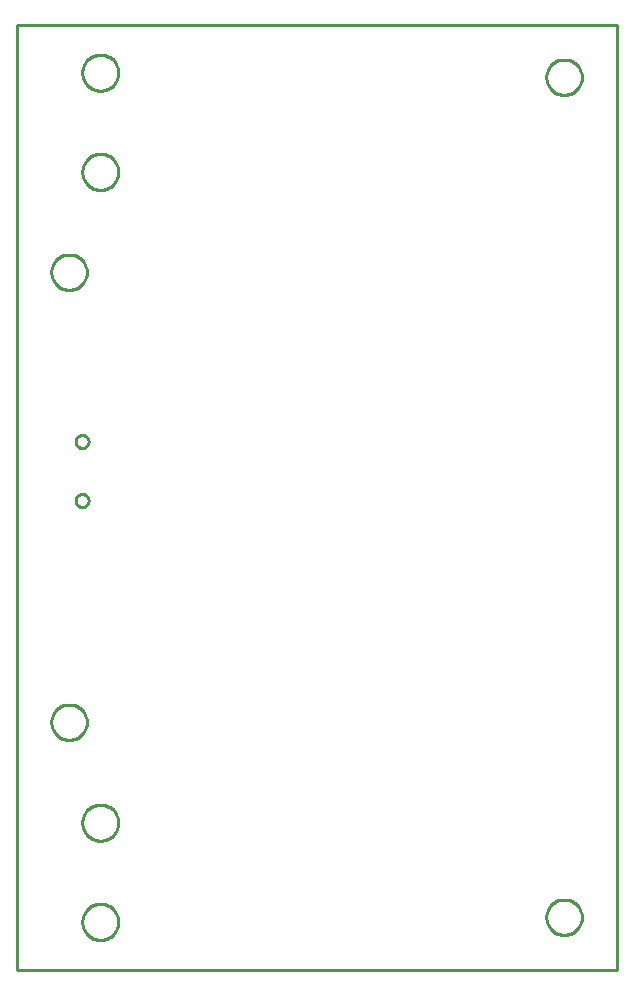
<source format=gbr>
G04 EAGLE Gerber RS-274X export*
G75*
%MOMM*%
%FSLAX34Y34*%
%LPD*%
%IN*%
%IPPOS*%
%AMOC8*
5,1,8,0,0,1.08239X$1,22.5*%
G01*
%ADD10C,0.152400*%
%ADD11C,0.000000*%
%ADD12C,0.254000*%


D10*
X0Y0D02*
X0Y800100D01*
X508000Y800100D01*
X508000Y0D01*
X0Y0D01*
D11*
X55700Y124550D02*
X55705Y124924D01*
X55718Y125298D01*
X55741Y125672D01*
X55773Y126045D01*
X55815Y126417D01*
X55865Y126788D01*
X55925Y127157D01*
X55993Y127525D01*
X56071Y127891D01*
X56157Y128255D01*
X56252Y128617D01*
X56357Y128977D01*
X56470Y129334D01*
X56591Y129688D01*
X56722Y130038D01*
X56861Y130386D01*
X57008Y130730D01*
X57164Y131070D01*
X57328Y131407D01*
X57501Y131739D01*
X57681Y132067D01*
X57870Y132390D01*
X58066Y132709D01*
X58270Y133022D01*
X58482Y133331D01*
X58701Y133634D01*
X58928Y133932D01*
X59162Y134224D01*
X59403Y134511D01*
X59650Y134791D01*
X59905Y135065D01*
X60167Y135333D01*
X60435Y135595D01*
X60709Y135850D01*
X60989Y136097D01*
X61276Y136338D01*
X61568Y136572D01*
X61866Y136799D01*
X62169Y137018D01*
X62478Y137230D01*
X62791Y137434D01*
X63110Y137630D01*
X63433Y137819D01*
X63761Y137999D01*
X64093Y138172D01*
X64430Y138336D01*
X64770Y138492D01*
X65114Y138639D01*
X65462Y138778D01*
X65812Y138909D01*
X66166Y139030D01*
X66523Y139143D01*
X66883Y139248D01*
X67245Y139343D01*
X67609Y139429D01*
X67975Y139507D01*
X68343Y139575D01*
X68712Y139635D01*
X69083Y139685D01*
X69455Y139727D01*
X69828Y139759D01*
X70202Y139782D01*
X70576Y139795D01*
X70950Y139800D01*
X71324Y139795D01*
X71698Y139782D01*
X72072Y139759D01*
X72445Y139727D01*
X72817Y139685D01*
X73188Y139635D01*
X73557Y139575D01*
X73925Y139507D01*
X74291Y139429D01*
X74655Y139343D01*
X75017Y139248D01*
X75377Y139143D01*
X75734Y139030D01*
X76088Y138909D01*
X76438Y138778D01*
X76786Y138639D01*
X77130Y138492D01*
X77470Y138336D01*
X77807Y138172D01*
X78139Y137999D01*
X78467Y137819D01*
X78790Y137630D01*
X79109Y137434D01*
X79422Y137230D01*
X79731Y137018D01*
X80034Y136799D01*
X80332Y136572D01*
X80624Y136338D01*
X80911Y136097D01*
X81191Y135850D01*
X81465Y135595D01*
X81733Y135333D01*
X81995Y135065D01*
X82250Y134791D01*
X82497Y134511D01*
X82738Y134224D01*
X82972Y133932D01*
X83199Y133634D01*
X83418Y133331D01*
X83630Y133022D01*
X83834Y132709D01*
X84030Y132390D01*
X84219Y132067D01*
X84399Y131739D01*
X84572Y131407D01*
X84736Y131070D01*
X84892Y130730D01*
X85039Y130386D01*
X85178Y130038D01*
X85309Y129688D01*
X85430Y129334D01*
X85543Y128977D01*
X85648Y128617D01*
X85743Y128255D01*
X85829Y127891D01*
X85907Y127525D01*
X85975Y127157D01*
X86035Y126788D01*
X86085Y126417D01*
X86127Y126045D01*
X86159Y125672D01*
X86182Y125298D01*
X86195Y124924D01*
X86200Y124550D01*
X86195Y124176D01*
X86182Y123802D01*
X86159Y123428D01*
X86127Y123055D01*
X86085Y122683D01*
X86035Y122312D01*
X85975Y121943D01*
X85907Y121575D01*
X85829Y121209D01*
X85743Y120845D01*
X85648Y120483D01*
X85543Y120123D01*
X85430Y119766D01*
X85309Y119412D01*
X85178Y119062D01*
X85039Y118714D01*
X84892Y118370D01*
X84736Y118030D01*
X84572Y117693D01*
X84399Y117361D01*
X84219Y117033D01*
X84030Y116710D01*
X83834Y116391D01*
X83630Y116078D01*
X83418Y115769D01*
X83199Y115466D01*
X82972Y115168D01*
X82738Y114876D01*
X82497Y114589D01*
X82250Y114309D01*
X81995Y114035D01*
X81733Y113767D01*
X81465Y113505D01*
X81191Y113250D01*
X80911Y113003D01*
X80624Y112762D01*
X80332Y112528D01*
X80034Y112301D01*
X79731Y112082D01*
X79422Y111870D01*
X79109Y111666D01*
X78790Y111470D01*
X78467Y111281D01*
X78139Y111101D01*
X77807Y110928D01*
X77470Y110764D01*
X77130Y110608D01*
X76786Y110461D01*
X76438Y110322D01*
X76088Y110191D01*
X75734Y110070D01*
X75377Y109957D01*
X75017Y109852D01*
X74655Y109757D01*
X74291Y109671D01*
X73925Y109593D01*
X73557Y109525D01*
X73188Y109465D01*
X72817Y109415D01*
X72445Y109373D01*
X72072Y109341D01*
X71698Y109318D01*
X71324Y109305D01*
X70950Y109300D01*
X70576Y109305D01*
X70202Y109318D01*
X69828Y109341D01*
X69455Y109373D01*
X69083Y109415D01*
X68712Y109465D01*
X68343Y109525D01*
X67975Y109593D01*
X67609Y109671D01*
X67245Y109757D01*
X66883Y109852D01*
X66523Y109957D01*
X66166Y110070D01*
X65812Y110191D01*
X65462Y110322D01*
X65114Y110461D01*
X64770Y110608D01*
X64430Y110764D01*
X64093Y110928D01*
X63761Y111101D01*
X63433Y111281D01*
X63110Y111470D01*
X62791Y111666D01*
X62478Y111870D01*
X62169Y112082D01*
X61866Y112301D01*
X61568Y112528D01*
X61276Y112762D01*
X60989Y113003D01*
X60709Y113250D01*
X60435Y113505D01*
X60167Y113767D01*
X59905Y114035D01*
X59650Y114309D01*
X59403Y114589D01*
X59162Y114876D01*
X58928Y115168D01*
X58701Y115466D01*
X58482Y115769D01*
X58270Y116078D01*
X58066Y116391D01*
X57870Y116710D01*
X57681Y117033D01*
X57501Y117361D01*
X57328Y117693D01*
X57164Y118030D01*
X57008Y118370D01*
X56861Y118714D01*
X56722Y119062D01*
X56591Y119412D01*
X56470Y119766D01*
X56357Y120123D01*
X56252Y120483D01*
X56157Y120845D01*
X56071Y121209D01*
X55993Y121575D01*
X55925Y121943D01*
X55865Y122312D01*
X55815Y122683D01*
X55773Y123055D01*
X55741Y123428D01*
X55718Y123802D01*
X55705Y124176D01*
X55700Y124550D01*
X55700Y40550D02*
X55705Y40924D01*
X55718Y41298D01*
X55741Y41672D01*
X55773Y42045D01*
X55815Y42417D01*
X55865Y42788D01*
X55925Y43157D01*
X55993Y43525D01*
X56071Y43891D01*
X56157Y44255D01*
X56252Y44617D01*
X56357Y44977D01*
X56470Y45334D01*
X56591Y45688D01*
X56722Y46038D01*
X56861Y46386D01*
X57008Y46730D01*
X57164Y47070D01*
X57328Y47407D01*
X57501Y47739D01*
X57681Y48067D01*
X57870Y48390D01*
X58066Y48709D01*
X58270Y49022D01*
X58482Y49331D01*
X58701Y49634D01*
X58928Y49932D01*
X59162Y50224D01*
X59403Y50511D01*
X59650Y50791D01*
X59905Y51065D01*
X60167Y51333D01*
X60435Y51595D01*
X60709Y51850D01*
X60989Y52097D01*
X61276Y52338D01*
X61568Y52572D01*
X61866Y52799D01*
X62169Y53018D01*
X62478Y53230D01*
X62791Y53434D01*
X63110Y53630D01*
X63433Y53819D01*
X63761Y53999D01*
X64093Y54172D01*
X64430Y54336D01*
X64770Y54492D01*
X65114Y54639D01*
X65462Y54778D01*
X65812Y54909D01*
X66166Y55030D01*
X66523Y55143D01*
X66883Y55248D01*
X67245Y55343D01*
X67609Y55429D01*
X67975Y55507D01*
X68343Y55575D01*
X68712Y55635D01*
X69083Y55685D01*
X69455Y55727D01*
X69828Y55759D01*
X70202Y55782D01*
X70576Y55795D01*
X70950Y55800D01*
X71324Y55795D01*
X71698Y55782D01*
X72072Y55759D01*
X72445Y55727D01*
X72817Y55685D01*
X73188Y55635D01*
X73557Y55575D01*
X73925Y55507D01*
X74291Y55429D01*
X74655Y55343D01*
X75017Y55248D01*
X75377Y55143D01*
X75734Y55030D01*
X76088Y54909D01*
X76438Y54778D01*
X76786Y54639D01*
X77130Y54492D01*
X77470Y54336D01*
X77807Y54172D01*
X78139Y53999D01*
X78467Y53819D01*
X78790Y53630D01*
X79109Y53434D01*
X79422Y53230D01*
X79731Y53018D01*
X80034Y52799D01*
X80332Y52572D01*
X80624Y52338D01*
X80911Y52097D01*
X81191Y51850D01*
X81465Y51595D01*
X81733Y51333D01*
X81995Y51065D01*
X82250Y50791D01*
X82497Y50511D01*
X82738Y50224D01*
X82972Y49932D01*
X83199Y49634D01*
X83418Y49331D01*
X83630Y49022D01*
X83834Y48709D01*
X84030Y48390D01*
X84219Y48067D01*
X84399Y47739D01*
X84572Y47407D01*
X84736Y47070D01*
X84892Y46730D01*
X85039Y46386D01*
X85178Y46038D01*
X85309Y45688D01*
X85430Y45334D01*
X85543Y44977D01*
X85648Y44617D01*
X85743Y44255D01*
X85829Y43891D01*
X85907Y43525D01*
X85975Y43157D01*
X86035Y42788D01*
X86085Y42417D01*
X86127Y42045D01*
X86159Y41672D01*
X86182Y41298D01*
X86195Y40924D01*
X86200Y40550D01*
X86195Y40176D01*
X86182Y39802D01*
X86159Y39428D01*
X86127Y39055D01*
X86085Y38683D01*
X86035Y38312D01*
X85975Y37943D01*
X85907Y37575D01*
X85829Y37209D01*
X85743Y36845D01*
X85648Y36483D01*
X85543Y36123D01*
X85430Y35766D01*
X85309Y35412D01*
X85178Y35062D01*
X85039Y34714D01*
X84892Y34370D01*
X84736Y34030D01*
X84572Y33693D01*
X84399Y33361D01*
X84219Y33033D01*
X84030Y32710D01*
X83834Y32391D01*
X83630Y32078D01*
X83418Y31769D01*
X83199Y31466D01*
X82972Y31168D01*
X82738Y30876D01*
X82497Y30589D01*
X82250Y30309D01*
X81995Y30035D01*
X81733Y29767D01*
X81465Y29505D01*
X81191Y29250D01*
X80911Y29003D01*
X80624Y28762D01*
X80332Y28528D01*
X80034Y28301D01*
X79731Y28082D01*
X79422Y27870D01*
X79109Y27666D01*
X78790Y27470D01*
X78467Y27281D01*
X78139Y27101D01*
X77807Y26928D01*
X77470Y26764D01*
X77130Y26608D01*
X76786Y26461D01*
X76438Y26322D01*
X76088Y26191D01*
X75734Y26070D01*
X75377Y25957D01*
X75017Y25852D01*
X74655Y25757D01*
X74291Y25671D01*
X73925Y25593D01*
X73557Y25525D01*
X73188Y25465D01*
X72817Y25415D01*
X72445Y25373D01*
X72072Y25341D01*
X71698Y25318D01*
X71324Y25305D01*
X70950Y25300D01*
X70576Y25305D01*
X70202Y25318D01*
X69828Y25341D01*
X69455Y25373D01*
X69083Y25415D01*
X68712Y25465D01*
X68343Y25525D01*
X67975Y25593D01*
X67609Y25671D01*
X67245Y25757D01*
X66883Y25852D01*
X66523Y25957D01*
X66166Y26070D01*
X65812Y26191D01*
X65462Y26322D01*
X65114Y26461D01*
X64770Y26608D01*
X64430Y26764D01*
X64093Y26928D01*
X63761Y27101D01*
X63433Y27281D01*
X63110Y27470D01*
X62791Y27666D01*
X62478Y27870D01*
X62169Y28082D01*
X61866Y28301D01*
X61568Y28528D01*
X61276Y28762D01*
X60989Y29003D01*
X60709Y29250D01*
X60435Y29505D01*
X60167Y29767D01*
X59905Y30035D01*
X59650Y30309D01*
X59403Y30589D01*
X59162Y30876D01*
X58928Y31168D01*
X58701Y31466D01*
X58482Y31769D01*
X58270Y32078D01*
X58066Y32391D01*
X57870Y32710D01*
X57681Y33033D01*
X57501Y33361D01*
X57328Y33693D01*
X57164Y34030D01*
X57008Y34370D01*
X56861Y34714D01*
X56722Y35062D01*
X56591Y35412D01*
X56470Y35766D01*
X56357Y36123D01*
X56252Y36483D01*
X56157Y36845D01*
X56071Y37209D01*
X55993Y37575D01*
X55925Y37943D01*
X55865Y38312D01*
X55815Y38683D01*
X55773Y39055D01*
X55741Y39428D01*
X55718Y39802D01*
X55705Y40176D01*
X55700Y40550D01*
X55700Y759550D02*
X55705Y759924D01*
X55718Y760298D01*
X55741Y760672D01*
X55773Y761045D01*
X55815Y761417D01*
X55865Y761788D01*
X55925Y762157D01*
X55993Y762525D01*
X56071Y762891D01*
X56157Y763255D01*
X56252Y763617D01*
X56357Y763977D01*
X56470Y764334D01*
X56591Y764688D01*
X56722Y765038D01*
X56861Y765386D01*
X57008Y765730D01*
X57164Y766070D01*
X57328Y766407D01*
X57501Y766739D01*
X57681Y767067D01*
X57870Y767390D01*
X58066Y767709D01*
X58270Y768022D01*
X58482Y768331D01*
X58701Y768634D01*
X58928Y768932D01*
X59162Y769224D01*
X59403Y769511D01*
X59650Y769791D01*
X59905Y770065D01*
X60167Y770333D01*
X60435Y770595D01*
X60709Y770850D01*
X60989Y771097D01*
X61276Y771338D01*
X61568Y771572D01*
X61866Y771799D01*
X62169Y772018D01*
X62478Y772230D01*
X62791Y772434D01*
X63110Y772630D01*
X63433Y772819D01*
X63761Y772999D01*
X64093Y773172D01*
X64430Y773336D01*
X64770Y773492D01*
X65114Y773639D01*
X65462Y773778D01*
X65812Y773909D01*
X66166Y774030D01*
X66523Y774143D01*
X66883Y774248D01*
X67245Y774343D01*
X67609Y774429D01*
X67975Y774507D01*
X68343Y774575D01*
X68712Y774635D01*
X69083Y774685D01*
X69455Y774727D01*
X69828Y774759D01*
X70202Y774782D01*
X70576Y774795D01*
X70950Y774800D01*
X71324Y774795D01*
X71698Y774782D01*
X72072Y774759D01*
X72445Y774727D01*
X72817Y774685D01*
X73188Y774635D01*
X73557Y774575D01*
X73925Y774507D01*
X74291Y774429D01*
X74655Y774343D01*
X75017Y774248D01*
X75377Y774143D01*
X75734Y774030D01*
X76088Y773909D01*
X76438Y773778D01*
X76786Y773639D01*
X77130Y773492D01*
X77470Y773336D01*
X77807Y773172D01*
X78139Y772999D01*
X78467Y772819D01*
X78790Y772630D01*
X79109Y772434D01*
X79422Y772230D01*
X79731Y772018D01*
X80034Y771799D01*
X80332Y771572D01*
X80624Y771338D01*
X80911Y771097D01*
X81191Y770850D01*
X81465Y770595D01*
X81733Y770333D01*
X81995Y770065D01*
X82250Y769791D01*
X82497Y769511D01*
X82738Y769224D01*
X82972Y768932D01*
X83199Y768634D01*
X83418Y768331D01*
X83630Y768022D01*
X83834Y767709D01*
X84030Y767390D01*
X84219Y767067D01*
X84399Y766739D01*
X84572Y766407D01*
X84736Y766070D01*
X84892Y765730D01*
X85039Y765386D01*
X85178Y765038D01*
X85309Y764688D01*
X85430Y764334D01*
X85543Y763977D01*
X85648Y763617D01*
X85743Y763255D01*
X85829Y762891D01*
X85907Y762525D01*
X85975Y762157D01*
X86035Y761788D01*
X86085Y761417D01*
X86127Y761045D01*
X86159Y760672D01*
X86182Y760298D01*
X86195Y759924D01*
X86200Y759550D01*
X86195Y759176D01*
X86182Y758802D01*
X86159Y758428D01*
X86127Y758055D01*
X86085Y757683D01*
X86035Y757312D01*
X85975Y756943D01*
X85907Y756575D01*
X85829Y756209D01*
X85743Y755845D01*
X85648Y755483D01*
X85543Y755123D01*
X85430Y754766D01*
X85309Y754412D01*
X85178Y754062D01*
X85039Y753714D01*
X84892Y753370D01*
X84736Y753030D01*
X84572Y752693D01*
X84399Y752361D01*
X84219Y752033D01*
X84030Y751710D01*
X83834Y751391D01*
X83630Y751078D01*
X83418Y750769D01*
X83199Y750466D01*
X82972Y750168D01*
X82738Y749876D01*
X82497Y749589D01*
X82250Y749309D01*
X81995Y749035D01*
X81733Y748767D01*
X81465Y748505D01*
X81191Y748250D01*
X80911Y748003D01*
X80624Y747762D01*
X80332Y747528D01*
X80034Y747301D01*
X79731Y747082D01*
X79422Y746870D01*
X79109Y746666D01*
X78790Y746470D01*
X78467Y746281D01*
X78139Y746101D01*
X77807Y745928D01*
X77470Y745764D01*
X77130Y745608D01*
X76786Y745461D01*
X76438Y745322D01*
X76088Y745191D01*
X75734Y745070D01*
X75377Y744957D01*
X75017Y744852D01*
X74655Y744757D01*
X74291Y744671D01*
X73925Y744593D01*
X73557Y744525D01*
X73188Y744465D01*
X72817Y744415D01*
X72445Y744373D01*
X72072Y744341D01*
X71698Y744318D01*
X71324Y744305D01*
X70950Y744300D01*
X70576Y744305D01*
X70202Y744318D01*
X69828Y744341D01*
X69455Y744373D01*
X69083Y744415D01*
X68712Y744465D01*
X68343Y744525D01*
X67975Y744593D01*
X67609Y744671D01*
X67245Y744757D01*
X66883Y744852D01*
X66523Y744957D01*
X66166Y745070D01*
X65812Y745191D01*
X65462Y745322D01*
X65114Y745461D01*
X64770Y745608D01*
X64430Y745764D01*
X64093Y745928D01*
X63761Y746101D01*
X63433Y746281D01*
X63110Y746470D01*
X62791Y746666D01*
X62478Y746870D01*
X62169Y747082D01*
X61866Y747301D01*
X61568Y747528D01*
X61276Y747762D01*
X60989Y748003D01*
X60709Y748250D01*
X60435Y748505D01*
X60167Y748767D01*
X59905Y749035D01*
X59650Y749309D01*
X59403Y749589D01*
X59162Y749876D01*
X58928Y750168D01*
X58701Y750466D01*
X58482Y750769D01*
X58270Y751078D01*
X58066Y751391D01*
X57870Y751710D01*
X57681Y752033D01*
X57501Y752361D01*
X57328Y752693D01*
X57164Y753030D01*
X57008Y753370D01*
X56861Y753714D01*
X56722Y754062D01*
X56591Y754412D01*
X56470Y754766D01*
X56357Y755123D01*
X56252Y755483D01*
X56157Y755845D01*
X56071Y756209D01*
X55993Y756575D01*
X55925Y756943D01*
X55865Y757312D01*
X55815Y757683D01*
X55773Y758055D01*
X55741Y758428D01*
X55718Y758802D01*
X55705Y759176D01*
X55700Y759550D01*
X55700Y675550D02*
X55705Y675924D01*
X55718Y676298D01*
X55741Y676672D01*
X55773Y677045D01*
X55815Y677417D01*
X55865Y677788D01*
X55925Y678157D01*
X55993Y678525D01*
X56071Y678891D01*
X56157Y679255D01*
X56252Y679617D01*
X56357Y679977D01*
X56470Y680334D01*
X56591Y680688D01*
X56722Y681038D01*
X56861Y681386D01*
X57008Y681730D01*
X57164Y682070D01*
X57328Y682407D01*
X57501Y682739D01*
X57681Y683067D01*
X57870Y683390D01*
X58066Y683709D01*
X58270Y684022D01*
X58482Y684331D01*
X58701Y684634D01*
X58928Y684932D01*
X59162Y685224D01*
X59403Y685511D01*
X59650Y685791D01*
X59905Y686065D01*
X60167Y686333D01*
X60435Y686595D01*
X60709Y686850D01*
X60989Y687097D01*
X61276Y687338D01*
X61568Y687572D01*
X61866Y687799D01*
X62169Y688018D01*
X62478Y688230D01*
X62791Y688434D01*
X63110Y688630D01*
X63433Y688819D01*
X63761Y688999D01*
X64093Y689172D01*
X64430Y689336D01*
X64770Y689492D01*
X65114Y689639D01*
X65462Y689778D01*
X65812Y689909D01*
X66166Y690030D01*
X66523Y690143D01*
X66883Y690248D01*
X67245Y690343D01*
X67609Y690429D01*
X67975Y690507D01*
X68343Y690575D01*
X68712Y690635D01*
X69083Y690685D01*
X69455Y690727D01*
X69828Y690759D01*
X70202Y690782D01*
X70576Y690795D01*
X70950Y690800D01*
X71324Y690795D01*
X71698Y690782D01*
X72072Y690759D01*
X72445Y690727D01*
X72817Y690685D01*
X73188Y690635D01*
X73557Y690575D01*
X73925Y690507D01*
X74291Y690429D01*
X74655Y690343D01*
X75017Y690248D01*
X75377Y690143D01*
X75734Y690030D01*
X76088Y689909D01*
X76438Y689778D01*
X76786Y689639D01*
X77130Y689492D01*
X77470Y689336D01*
X77807Y689172D01*
X78139Y688999D01*
X78467Y688819D01*
X78790Y688630D01*
X79109Y688434D01*
X79422Y688230D01*
X79731Y688018D01*
X80034Y687799D01*
X80332Y687572D01*
X80624Y687338D01*
X80911Y687097D01*
X81191Y686850D01*
X81465Y686595D01*
X81733Y686333D01*
X81995Y686065D01*
X82250Y685791D01*
X82497Y685511D01*
X82738Y685224D01*
X82972Y684932D01*
X83199Y684634D01*
X83418Y684331D01*
X83630Y684022D01*
X83834Y683709D01*
X84030Y683390D01*
X84219Y683067D01*
X84399Y682739D01*
X84572Y682407D01*
X84736Y682070D01*
X84892Y681730D01*
X85039Y681386D01*
X85178Y681038D01*
X85309Y680688D01*
X85430Y680334D01*
X85543Y679977D01*
X85648Y679617D01*
X85743Y679255D01*
X85829Y678891D01*
X85907Y678525D01*
X85975Y678157D01*
X86035Y677788D01*
X86085Y677417D01*
X86127Y677045D01*
X86159Y676672D01*
X86182Y676298D01*
X86195Y675924D01*
X86200Y675550D01*
X86195Y675176D01*
X86182Y674802D01*
X86159Y674428D01*
X86127Y674055D01*
X86085Y673683D01*
X86035Y673312D01*
X85975Y672943D01*
X85907Y672575D01*
X85829Y672209D01*
X85743Y671845D01*
X85648Y671483D01*
X85543Y671123D01*
X85430Y670766D01*
X85309Y670412D01*
X85178Y670062D01*
X85039Y669714D01*
X84892Y669370D01*
X84736Y669030D01*
X84572Y668693D01*
X84399Y668361D01*
X84219Y668033D01*
X84030Y667710D01*
X83834Y667391D01*
X83630Y667078D01*
X83418Y666769D01*
X83199Y666466D01*
X82972Y666168D01*
X82738Y665876D01*
X82497Y665589D01*
X82250Y665309D01*
X81995Y665035D01*
X81733Y664767D01*
X81465Y664505D01*
X81191Y664250D01*
X80911Y664003D01*
X80624Y663762D01*
X80332Y663528D01*
X80034Y663301D01*
X79731Y663082D01*
X79422Y662870D01*
X79109Y662666D01*
X78790Y662470D01*
X78467Y662281D01*
X78139Y662101D01*
X77807Y661928D01*
X77470Y661764D01*
X77130Y661608D01*
X76786Y661461D01*
X76438Y661322D01*
X76088Y661191D01*
X75734Y661070D01*
X75377Y660957D01*
X75017Y660852D01*
X74655Y660757D01*
X74291Y660671D01*
X73925Y660593D01*
X73557Y660525D01*
X73188Y660465D01*
X72817Y660415D01*
X72445Y660373D01*
X72072Y660341D01*
X71698Y660318D01*
X71324Y660305D01*
X70950Y660300D01*
X70576Y660305D01*
X70202Y660318D01*
X69828Y660341D01*
X69455Y660373D01*
X69083Y660415D01*
X68712Y660465D01*
X68343Y660525D01*
X67975Y660593D01*
X67609Y660671D01*
X67245Y660757D01*
X66883Y660852D01*
X66523Y660957D01*
X66166Y661070D01*
X65812Y661191D01*
X65462Y661322D01*
X65114Y661461D01*
X64770Y661608D01*
X64430Y661764D01*
X64093Y661928D01*
X63761Y662101D01*
X63433Y662281D01*
X63110Y662470D01*
X62791Y662666D01*
X62478Y662870D01*
X62169Y663082D01*
X61866Y663301D01*
X61568Y663528D01*
X61276Y663762D01*
X60989Y664003D01*
X60709Y664250D01*
X60435Y664505D01*
X60167Y664767D01*
X59905Y665035D01*
X59650Y665309D01*
X59403Y665589D01*
X59162Y665876D01*
X58928Y666168D01*
X58701Y666466D01*
X58482Y666769D01*
X58270Y667078D01*
X58066Y667391D01*
X57870Y667710D01*
X57681Y668033D01*
X57501Y668361D01*
X57328Y668693D01*
X57164Y669030D01*
X57008Y669370D01*
X56861Y669714D01*
X56722Y670062D01*
X56591Y670412D01*
X56470Y670766D01*
X56357Y671123D01*
X56252Y671483D01*
X56157Y671845D01*
X56071Y672209D01*
X55993Y672575D01*
X55925Y672943D01*
X55865Y673312D01*
X55815Y673683D01*
X55773Y674055D01*
X55741Y674428D01*
X55718Y674802D01*
X55705Y675176D01*
X55700Y675550D01*
X448550Y44450D02*
X448555Y44818D01*
X448568Y45186D01*
X448591Y45553D01*
X448622Y45920D01*
X448663Y46286D01*
X448712Y46651D01*
X448771Y47014D01*
X448838Y47376D01*
X448914Y47737D01*
X449000Y48095D01*
X449093Y48451D01*
X449196Y48804D01*
X449307Y49155D01*
X449427Y49503D01*
X449555Y49848D01*
X449692Y50190D01*
X449837Y50529D01*
X449990Y50863D01*
X450152Y51194D01*
X450321Y51521D01*
X450499Y51843D01*
X450684Y52162D01*
X450877Y52475D01*
X451078Y52784D01*
X451286Y53087D01*
X451502Y53385D01*
X451725Y53678D01*
X451955Y53966D01*
X452192Y54248D01*
X452436Y54523D01*
X452686Y54793D01*
X452943Y55057D01*
X453207Y55314D01*
X453477Y55564D01*
X453752Y55808D01*
X454034Y56045D01*
X454322Y56275D01*
X454615Y56498D01*
X454913Y56714D01*
X455216Y56922D01*
X455525Y57123D01*
X455838Y57316D01*
X456157Y57501D01*
X456479Y57679D01*
X456806Y57848D01*
X457137Y58010D01*
X457471Y58163D01*
X457810Y58308D01*
X458152Y58445D01*
X458497Y58573D01*
X458845Y58693D01*
X459196Y58804D01*
X459549Y58907D01*
X459905Y59000D01*
X460263Y59086D01*
X460624Y59162D01*
X460986Y59229D01*
X461349Y59288D01*
X461714Y59337D01*
X462080Y59378D01*
X462447Y59409D01*
X462814Y59432D01*
X463182Y59445D01*
X463550Y59450D01*
X463918Y59445D01*
X464286Y59432D01*
X464653Y59409D01*
X465020Y59378D01*
X465386Y59337D01*
X465751Y59288D01*
X466114Y59229D01*
X466476Y59162D01*
X466837Y59086D01*
X467195Y59000D01*
X467551Y58907D01*
X467904Y58804D01*
X468255Y58693D01*
X468603Y58573D01*
X468948Y58445D01*
X469290Y58308D01*
X469629Y58163D01*
X469963Y58010D01*
X470294Y57848D01*
X470621Y57679D01*
X470943Y57501D01*
X471262Y57316D01*
X471575Y57123D01*
X471884Y56922D01*
X472187Y56714D01*
X472485Y56498D01*
X472778Y56275D01*
X473066Y56045D01*
X473348Y55808D01*
X473623Y55564D01*
X473893Y55314D01*
X474157Y55057D01*
X474414Y54793D01*
X474664Y54523D01*
X474908Y54248D01*
X475145Y53966D01*
X475375Y53678D01*
X475598Y53385D01*
X475814Y53087D01*
X476022Y52784D01*
X476223Y52475D01*
X476416Y52162D01*
X476601Y51843D01*
X476779Y51521D01*
X476948Y51194D01*
X477110Y50863D01*
X477263Y50529D01*
X477408Y50190D01*
X477545Y49848D01*
X477673Y49503D01*
X477793Y49155D01*
X477904Y48804D01*
X478007Y48451D01*
X478100Y48095D01*
X478186Y47737D01*
X478262Y47376D01*
X478329Y47014D01*
X478388Y46651D01*
X478437Y46286D01*
X478478Y45920D01*
X478509Y45553D01*
X478532Y45186D01*
X478545Y44818D01*
X478550Y44450D01*
X478545Y44082D01*
X478532Y43714D01*
X478509Y43347D01*
X478478Y42980D01*
X478437Y42614D01*
X478388Y42249D01*
X478329Y41886D01*
X478262Y41524D01*
X478186Y41163D01*
X478100Y40805D01*
X478007Y40449D01*
X477904Y40096D01*
X477793Y39745D01*
X477673Y39397D01*
X477545Y39052D01*
X477408Y38710D01*
X477263Y38371D01*
X477110Y38037D01*
X476948Y37706D01*
X476779Y37379D01*
X476601Y37057D01*
X476416Y36738D01*
X476223Y36425D01*
X476022Y36116D01*
X475814Y35813D01*
X475598Y35515D01*
X475375Y35222D01*
X475145Y34934D01*
X474908Y34652D01*
X474664Y34377D01*
X474414Y34107D01*
X474157Y33843D01*
X473893Y33586D01*
X473623Y33336D01*
X473348Y33092D01*
X473066Y32855D01*
X472778Y32625D01*
X472485Y32402D01*
X472187Y32186D01*
X471884Y31978D01*
X471575Y31777D01*
X471262Y31584D01*
X470943Y31399D01*
X470621Y31221D01*
X470294Y31052D01*
X469963Y30890D01*
X469629Y30737D01*
X469290Y30592D01*
X468948Y30455D01*
X468603Y30327D01*
X468255Y30207D01*
X467904Y30096D01*
X467551Y29993D01*
X467195Y29900D01*
X466837Y29814D01*
X466476Y29738D01*
X466114Y29671D01*
X465751Y29612D01*
X465386Y29563D01*
X465020Y29522D01*
X464653Y29491D01*
X464286Y29468D01*
X463918Y29455D01*
X463550Y29450D01*
X463182Y29455D01*
X462814Y29468D01*
X462447Y29491D01*
X462080Y29522D01*
X461714Y29563D01*
X461349Y29612D01*
X460986Y29671D01*
X460624Y29738D01*
X460263Y29814D01*
X459905Y29900D01*
X459549Y29993D01*
X459196Y30096D01*
X458845Y30207D01*
X458497Y30327D01*
X458152Y30455D01*
X457810Y30592D01*
X457471Y30737D01*
X457137Y30890D01*
X456806Y31052D01*
X456479Y31221D01*
X456157Y31399D01*
X455838Y31584D01*
X455525Y31777D01*
X455216Y31978D01*
X454913Y32186D01*
X454615Y32402D01*
X454322Y32625D01*
X454034Y32855D01*
X453752Y33092D01*
X453477Y33336D01*
X453207Y33586D01*
X452943Y33843D01*
X452686Y34107D01*
X452436Y34377D01*
X452192Y34652D01*
X451955Y34934D01*
X451725Y35222D01*
X451502Y35515D01*
X451286Y35813D01*
X451078Y36116D01*
X450877Y36425D01*
X450684Y36738D01*
X450499Y37057D01*
X450321Y37379D01*
X450152Y37706D01*
X449990Y38037D01*
X449837Y38371D01*
X449692Y38710D01*
X449555Y39052D01*
X449427Y39397D01*
X449307Y39745D01*
X449196Y40096D01*
X449093Y40449D01*
X449000Y40805D01*
X448914Y41163D01*
X448838Y41524D01*
X448771Y41886D01*
X448712Y42249D01*
X448663Y42614D01*
X448622Y42980D01*
X448591Y43347D01*
X448568Y43714D01*
X448555Y44082D01*
X448550Y44450D01*
X448550Y755650D02*
X448555Y756018D01*
X448568Y756386D01*
X448591Y756753D01*
X448622Y757120D01*
X448663Y757486D01*
X448712Y757851D01*
X448771Y758214D01*
X448838Y758576D01*
X448914Y758937D01*
X449000Y759295D01*
X449093Y759651D01*
X449196Y760004D01*
X449307Y760355D01*
X449427Y760703D01*
X449555Y761048D01*
X449692Y761390D01*
X449837Y761729D01*
X449990Y762063D01*
X450152Y762394D01*
X450321Y762721D01*
X450499Y763043D01*
X450684Y763362D01*
X450877Y763675D01*
X451078Y763984D01*
X451286Y764287D01*
X451502Y764585D01*
X451725Y764878D01*
X451955Y765166D01*
X452192Y765448D01*
X452436Y765723D01*
X452686Y765993D01*
X452943Y766257D01*
X453207Y766514D01*
X453477Y766764D01*
X453752Y767008D01*
X454034Y767245D01*
X454322Y767475D01*
X454615Y767698D01*
X454913Y767914D01*
X455216Y768122D01*
X455525Y768323D01*
X455838Y768516D01*
X456157Y768701D01*
X456479Y768879D01*
X456806Y769048D01*
X457137Y769210D01*
X457471Y769363D01*
X457810Y769508D01*
X458152Y769645D01*
X458497Y769773D01*
X458845Y769893D01*
X459196Y770004D01*
X459549Y770107D01*
X459905Y770200D01*
X460263Y770286D01*
X460624Y770362D01*
X460986Y770429D01*
X461349Y770488D01*
X461714Y770537D01*
X462080Y770578D01*
X462447Y770609D01*
X462814Y770632D01*
X463182Y770645D01*
X463550Y770650D01*
X463918Y770645D01*
X464286Y770632D01*
X464653Y770609D01*
X465020Y770578D01*
X465386Y770537D01*
X465751Y770488D01*
X466114Y770429D01*
X466476Y770362D01*
X466837Y770286D01*
X467195Y770200D01*
X467551Y770107D01*
X467904Y770004D01*
X468255Y769893D01*
X468603Y769773D01*
X468948Y769645D01*
X469290Y769508D01*
X469629Y769363D01*
X469963Y769210D01*
X470294Y769048D01*
X470621Y768879D01*
X470943Y768701D01*
X471262Y768516D01*
X471575Y768323D01*
X471884Y768122D01*
X472187Y767914D01*
X472485Y767698D01*
X472778Y767475D01*
X473066Y767245D01*
X473348Y767008D01*
X473623Y766764D01*
X473893Y766514D01*
X474157Y766257D01*
X474414Y765993D01*
X474664Y765723D01*
X474908Y765448D01*
X475145Y765166D01*
X475375Y764878D01*
X475598Y764585D01*
X475814Y764287D01*
X476022Y763984D01*
X476223Y763675D01*
X476416Y763362D01*
X476601Y763043D01*
X476779Y762721D01*
X476948Y762394D01*
X477110Y762063D01*
X477263Y761729D01*
X477408Y761390D01*
X477545Y761048D01*
X477673Y760703D01*
X477793Y760355D01*
X477904Y760004D01*
X478007Y759651D01*
X478100Y759295D01*
X478186Y758937D01*
X478262Y758576D01*
X478329Y758214D01*
X478388Y757851D01*
X478437Y757486D01*
X478478Y757120D01*
X478509Y756753D01*
X478532Y756386D01*
X478545Y756018D01*
X478550Y755650D01*
X478545Y755282D01*
X478532Y754914D01*
X478509Y754547D01*
X478478Y754180D01*
X478437Y753814D01*
X478388Y753449D01*
X478329Y753086D01*
X478262Y752724D01*
X478186Y752363D01*
X478100Y752005D01*
X478007Y751649D01*
X477904Y751296D01*
X477793Y750945D01*
X477673Y750597D01*
X477545Y750252D01*
X477408Y749910D01*
X477263Y749571D01*
X477110Y749237D01*
X476948Y748906D01*
X476779Y748579D01*
X476601Y748257D01*
X476416Y747938D01*
X476223Y747625D01*
X476022Y747316D01*
X475814Y747013D01*
X475598Y746715D01*
X475375Y746422D01*
X475145Y746134D01*
X474908Y745852D01*
X474664Y745577D01*
X474414Y745307D01*
X474157Y745043D01*
X473893Y744786D01*
X473623Y744536D01*
X473348Y744292D01*
X473066Y744055D01*
X472778Y743825D01*
X472485Y743602D01*
X472187Y743386D01*
X471884Y743178D01*
X471575Y742977D01*
X471262Y742784D01*
X470943Y742599D01*
X470621Y742421D01*
X470294Y742252D01*
X469963Y742090D01*
X469629Y741937D01*
X469290Y741792D01*
X468948Y741655D01*
X468603Y741527D01*
X468255Y741407D01*
X467904Y741296D01*
X467551Y741193D01*
X467195Y741100D01*
X466837Y741014D01*
X466476Y740938D01*
X466114Y740871D01*
X465751Y740812D01*
X465386Y740763D01*
X465020Y740722D01*
X464653Y740691D01*
X464286Y740668D01*
X463918Y740655D01*
X463550Y740650D01*
X463182Y740655D01*
X462814Y740668D01*
X462447Y740691D01*
X462080Y740722D01*
X461714Y740763D01*
X461349Y740812D01*
X460986Y740871D01*
X460624Y740938D01*
X460263Y741014D01*
X459905Y741100D01*
X459549Y741193D01*
X459196Y741296D01*
X458845Y741407D01*
X458497Y741527D01*
X458152Y741655D01*
X457810Y741792D01*
X457471Y741937D01*
X457137Y742090D01*
X456806Y742252D01*
X456479Y742421D01*
X456157Y742599D01*
X455838Y742784D01*
X455525Y742977D01*
X455216Y743178D01*
X454913Y743386D01*
X454615Y743602D01*
X454322Y743825D01*
X454034Y744055D01*
X453752Y744292D01*
X453477Y744536D01*
X453207Y744786D01*
X452943Y745043D01*
X452686Y745307D01*
X452436Y745577D01*
X452192Y745852D01*
X451955Y746134D01*
X451725Y746422D01*
X451502Y746715D01*
X451286Y747013D01*
X451078Y747316D01*
X450877Y747625D01*
X450684Y747938D01*
X450499Y748257D01*
X450321Y748579D01*
X450152Y748906D01*
X449990Y749237D01*
X449837Y749571D01*
X449692Y749910D01*
X449555Y750252D01*
X449427Y750597D01*
X449307Y750945D01*
X449196Y751296D01*
X449093Y751649D01*
X449000Y752005D01*
X448914Y752363D01*
X448838Y752724D01*
X448771Y753086D01*
X448712Y753449D01*
X448663Y753814D01*
X448622Y754180D01*
X448591Y754547D01*
X448568Y754914D01*
X448555Y755282D01*
X448550Y755650D01*
X29450Y590550D02*
X29455Y590918D01*
X29468Y591286D01*
X29491Y591653D01*
X29522Y592020D01*
X29563Y592386D01*
X29612Y592751D01*
X29671Y593114D01*
X29738Y593476D01*
X29814Y593837D01*
X29900Y594195D01*
X29993Y594551D01*
X30096Y594904D01*
X30207Y595255D01*
X30327Y595603D01*
X30455Y595948D01*
X30592Y596290D01*
X30737Y596629D01*
X30890Y596963D01*
X31052Y597294D01*
X31221Y597621D01*
X31399Y597943D01*
X31584Y598262D01*
X31777Y598575D01*
X31978Y598884D01*
X32186Y599187D01*
X32402Y599485D01*
X32625Y599778D01*
X32855Y600066D01*
X33092Y600348D01*
X33336Y600623D01*
X33586Y600893D01*
X33843Y601157D01*
X34107Y601414D01*
X34377Y601664D01*
X34652Y601908D01*
X34934Y602145D01*
X35222Y602375D01*
X35515Y602598D01*
X35813Y602814D01*
X36116Y603022D01*
X36425Y603223D01*
X36738Y603416D01*
X37057Y603601D01*
X37379Y603779D01*
X37706Y603948D01*
X38037Y604110D01*
X38371Y604263D01*
X38710Y604408D01*
X39052Y604545D01*
X39397Y604673D01*
X39745Y604793D01*
X40096Y604904D01*
X40449Y605007D01*
X40805Y605100D01*
X41163Y605186D01*
X41524Y605262D01*
X41886Y605329D01*
X42249Y605388D01*
X42614Y605437D01*
X42980Y605478D01*
X43347Y605509D01*
X43714Y605532D01*
X44082Y605545D01*
X44450Y605550D01*
X44818Y605545D01*
X45186Y605532D01*
X45553Y605509D01*
X45920Y605478D01*
X46286Y605437D01*
X46651Y605388D01*
X47014Y605329D01*
X47376Y605262D01*
X47737Y605186D01*
X48095Y605100D01*
X48451Y605007D01*
X48804Y604904D01*
X49155Y604793D01*
X49503Y604673D01*
X49848Y604545D01*
X50190Y604408D01*
X50529Y604263D01*
X50863Y604110D01*
X51194Y603948D01*
X51521Y603779D01*
X51843Y603601D01*
X52162Y603416D01*
X52475Y603223D01*
X52784Y603022D01*
X53087Y602814D01*
X53385Y602598D01*
X53678Y602375D01*
X53966Y602145D01*
X54248Y601908D01*
X54523Y601664D01*
X54793Y601414D01*
X55057Y601157D01*
X55314Y600893D01*
X55564Y600623D01*
X55808Y600348D01*
X56045Y600066D01*
X56275Y599778D01*
X56498Y599485D01*
X56714Y599187D01*
X56922Y598884D01*
X57123Y598575D01*
X57316Y598262D01*
X57501Y597943D01*
X57679Y597621D01*
X57848Y597294D01*
X58010Y596963D01*
X58163Y596629D01*
X58308Y596290D01*
X58445Y595948D01*
X58573Y595603D01*
X58693Y595255D01*
X58804Y594904D01*
X58907Y594551D01*
X59000Y594195D01*
X59086Y593837D01*
X59162Y593476D01*
X59229Y593114D01*
X59288Y592751D01*
X59337Y592386D01*
X59378Y592020D01*
X59409Y591653D01*
X59432Y591286D01*
X59445Y590918D01*
X59450Y590550D01*
X59445Y590182D01*
X59432Y589814D01*
X59409Y589447D01*
X59378Y589080D01*
X59337Y588714D01*
X59288Y588349D01*
X59229Y587986D01*
X59162Y587624D01*
X59086Y587263D01*
X59000Y586905D01*
X58907Y586549D01*
X58804Y586196D01*
X58693Y585845D01*
X58573Y585497D01*
X58445Y585152D01*
X58308Y584810D01*
X58163Y584471D01*
X58010Y584137D01*
X57848Y583806D01*
X57679Y583479D01*
X57501Y583157D01*
X57316Y582838D01*
X57123Y582525D01*
X56922Y582216D01*
X56714Y581913D01*
X56498Y581615D01*
X56275Y581322D01*
X56045Y581034D01*
X55808Y580752D01*
X55564Y580477D01*
X55314Y580207D01*
X55057Y579943D01*
X54793Y579686D01*
X54523Y579436D01*
X54248Y579192D01*
X53966Y578955D01*
X53678Y578725D01*
X53385Y578502D01*
X53087Y578286D01*
X52784Y578078D01*
X52475Y577877D01*
X52162Y577684D01*
X51843Y577499D01*
X51521Y577321D01*
X51194Y577152D01*
X50863Y576990D01*
X50529Y576837D01*
X50190Y576692D01*
X49848Y576555D01*
X49503Y576427D01*
X49155Y576307D01*
X48804Y576196D01*
X48451Y576093D01*
X48095Y576000D01*
X47737Y575914D01*
X47376Y575838D01*
X47014Y575771D01*
X46651Y575712D01*
X46286Y575663D01*
X45920Y575622D01*
X45553Y575591D01*
X45186Y575568D01*
X44818Y575555D01*
X44450Y575550D01*
X44082Y575555D01*
X43714Y575568D01*
X43347Y575591D01*
X42980Y575622D01*
X42614Y575663D01*
X42249Y575712D01*
X41886Y575771D01*
X41524Y575838D01*
X41163Y575914D01*
X40805Y576000D01*
X40449Y576093D01*
X40096Y576196D01*
X39745Y576307D01*
X39397Y576427D01*
X39052Y576555D01*
X38710Y576692D01*
X38371Y576837D01*
X38037Y576990D01*
X37706Y577152D01*
X37379Y577321D01*
X37057Y577499D01*
X36738Y577684D01*
X36425Y577877D01*
X36116Y578078D01*
X35813Y578286D01*
X35515Y578502D01*
X35222Y578725D01*
X34934Y578955D01*
X34652Y579192D01*
X34377Y579436D01*
X34107Y579686D01*
X33843Y579943D01*
X33586Y580207D01*
X33336Y580477D01*
X33092Y580752D01*
X32855Y581034D01*
X32625Y581322D01*
X32402Y581615D01*
X32186Y581913D01*
X31978Y582216D01*
X31777Y582525D01*
X31584Y582838D01*
X31399Y583157D01*
X31221Y583479D01*
X31052Y583806D01*
X30890Y584137D01*
X30737Y584471D01*
X30592Y584810D01*
X30455Y585152D01*
X30327Y585497D01*
X30207Y585845D01*
X30096Y586196D01*
X29993Y586549D01*
X29900Y586905D01*
X29814Y587263D01*
X29738Y587624D01*
X29671Y587986D01*
X29612Y588349D01*
X29563Y588714D01*
X29522Y589080D01*
X29491Y589447D01*
X29468Y589814D01*
X29455Y590182D01*
X29450Y590550D01*
X29450Y209550D02*
X29455Y209918D01*
X29468Y210286D01*
X29491Y210653D01*
X29522Y211020D01*
X29563Y211386D01*
X29612Y211751D01*
X29671Y212114D01*
X29738Y212476D01*
X29814Y212837D01*
X29900Y213195D01*
X29993Y213551D01*
X30096Y213904D01*
X30207Y214255D01*
X30327Y214603D01*
X30455Y214948D01*
X30592Y215290D01*
X30737Y215629D01*
X30890Y215963D01*
X31052Y216294D01*
X31221Y216621D01*
X31399Y216943D01*
X31584Y217262D01*
X31777Y217575D01*
X31978Y217884D01*
X32186Y218187D01*
X32402Y218485D01*
X32625Y218778D01*
X32855Y219066D01*
X33092Y219348D01*
X33336Y219623D01*
X33586Y219893D01*
X33843Y220157D01*
X34107Y220414D01*
X34377Y220664D01*
X34652Y220908D01*
X34934Y221145D01*
X35222Y221375D01*
X35515Y221598D01*
X35813Y221814D01*
X36116Y222022D01*
X36425Y222223D01*
X36738Y222416D01*
X37057Y222601D01*
X37379Y222779D01*
X37706Y222948D01*
X38037Y223110D01*
X38371Y223263D01*
X38710Y223408D01*
X39052Y223545D01*
X39397Y223673D01*
X39745Y223793D01*
X40096Y223904D01*
X40449Y224007D01*
X40805Y224100D01*
X41163Y224186D01*
X41524Y224262D01*
X41886Y224329D01*
X42249Y224388D01*
X42614Y224437D01*
X42980Y224478D01*
X43347Y224509D01*
X43714Y224532D01*
X44082Y224545D01*
X44450Y224550D01*
X44818Y224545D01*
X45186Y224532D01*
X45553Y224509D01*
X45920Y224478D01*
X46286Y224437D01*
X46651Y224388D01*
X47014Y224329D01*
X47376Y224262D01*
X47737Y224186D01*
X48095Y224100D01*
X48451Y224007D01*
X48804Y223904D01*
X49155Y223793D01*
X49503Y223673D01*
X49848Y223545D01*
X50190Y223408D01*
X50529Y223263D01*
X50863Y223110D01*
X51194Y222948D01*
X51521Y222779D01*
X51843Y222601D01*
X52162Y222416D01*
X52475Y222223D01*
X52784Y222022D01*
X53087Y221814D01*
X53385Y221598D01*
X53678Y221375D01*
X53966Y221145D01*
X54248Y220908D01*
X54523Y220664D01*
X54793Y220414D01*
X55057Y220157D01*
X55314Y219893D01*
X55564Y219623D01*
X55808Y219348D01*
X56045Y219066D01*
X56275Y218778D01*
X56498Y218485D01*
X56714Y218187D01*
X56922Y217884D01*
X57123Y217575D01*
X57316Y217262D01*
X57501Y216943D01*
X57679Y216621D01*
X57848Y216294D01*
X58010Y215963D01*
X58163Y215629D01*
X58308Y215290D01*
X58445Y214948D01*
X58573Y214603D01*
X58693Y214255D01*
X58804Y213904D01*
X58907Y213551D01*
X59000Y213195D01*
X59086Y212837D01*
X59162Y212476D01*
X59229Y212114D01*
X59288Y211751D01*
X59337Y211386D01*
X59378Y211020D01*
X59409Y210653D01*
X59432Y210286D01*
X59445Y209918D01*
X59450Y209550D01*
X59445Y209182D01*
X59432Y208814D01*
X59409Y208447D01*
X59378Y208080D01*
X59337Y207714D01*
X59288Y207349D01*
X59229Y206986D01*
X59162Y206624D01*
X59086Y206263D01*
X59000Y205905D01*
X58907Y205549D01*
X58804Y205196D01*
X58693Y204845D01*
X58573Y204497D01*
X58445Y204152D01*
X58308Y203810D01*
X58163Y203471D01*
X58010Y203137D01*
X57848Y202806D01*
X57679Y202479D01*
X57501Y202157D01*
X57316Y201838D01*
X57123Y201525D01*
X56922Y201216D01*
X56714Y200913D01*
X56498Y200615D01*
X56275Y200322D01*
X56045Y200034D01*
X55808Y199752D01*
X55564Y199477D01*
X55314Y199207D01*
X55057Y198943D01*
X54793Y198686D01*
X54523Y198436D01*
X54248Y198192D01*
X53966Y197955D01*
X53678Y197725D01*
X53385Y197502D01*
X53087Y197286D01*
X52784Y197078D01*
X52475Y196877D01*
X52162Y196684D01*
X51843Y196499D01*
X51521Y196321D01*
X51194Y196152D01*
X50863Y195990D01*
X50529Y195837D01*
X50190Y195692D01*
X49848Y195555D01*
X49503Y195427D01*
X49155Y195307D01*
X48804Y195196D01*
X48451Y195093D01*
X48095Y195000D01*
X47737Y194914D01*
X47376Y194838D01*
X47014Y194771D01*
X46651Y194712D01*
X46286Y194663D01*
X45920Y194622D01*
X45553Y194591D01*
X45186Y194568D01*
X44818Y194555D01*
X44450Y194550D01*
X44082Y194555D01*
X43714Y194568D01*
X43347Y194591D01*
X42980Y194622D01*
X42614Y194663D01*
X42249Y194712D01*
X41886Y194771D01*
X41524Y194838D01*
X41163Y194914D01*
X40805Y195000D01*
X40449Y195093D01*
X40096Y195196D01*
X39745Y195307D01*
X39397Y195427D01*
X39052Y195555D01*
X38710Y195692D01*
X38371Y195837D01*
X38037Y195990D01*
X37706Y196152D01*
X37379Y196321D01*
X37057Y196499D01*
X36738Y196684D01*
X36425Y196877D01*
X36116Y197078D01*
X35813Y197286D01*
X35515Y197502D01*
X35222Y197725D01*
X34934Y197955D01*
X34652Y198192D01*
X34377Y198436D01*
X34107Y198686D01*
X33843Y198943D01*
X33586Y199207D01*
X33336Y199477D01*
X33092Y199752D01*
X32855Y200034D01*
X32625Y200322D01*
X32402Y200615D01*
X32186Y200913D01*
X31978Y201216D01*
X31777Y201525D01*
X31584Y201838D01*
X31399Y202157D01*
X31221Y202479D01*
X31052Y202806D01*
X30890Y203137D01*
X30737Y203471D01*
X30592Y203810D01*
X30455Y204152D01*
X30327Y204497D01*
X30207Y204845D01*
X30096Y205196D01*
X29993Y205549D01*
X29900Y205905D01*
X29814Y206263D01*
X29738Y206624D01*
X29671Y206986D01*
X29612Y207349D01*
X29563Y207714D01*
X29522Y208080D01*
X29491Y208447D01*
X29468Y208814D01*
X29455Y209182D01*
X29450Y209550D01*
X49900Y397275D02*
X49902Y397423D01*
X49908Y397571D01*
X49918Y397719D01*
X49932Y397867D01*
X49950Y398014D01*
X49972Y398161D01*
X49998Y398307D01*
X50027Y398452D01*
X50061Y398597D01*
X50099Y398740D01*
X50140Y398883D01*
X50185Y399024D01*
X50235Y399164D01*
X50287Y399302D01*
X50344Y399440D01*
X50404Y399575D01*
X50468Y399709D01*
X50535Y399841D01*
X50606Y399971D01*
X50681Y400100D01*
X50759Y400226D01*
X50840Y400350D01*
X50924Y400472D01*
X51012Y400591D01*
X51103Y400708D01*
X51197Y400823D01*
X51295Y400935D01*
X51395Y401044D01*
X51498Y401151D01*
X51604Y401255D01*
X51712Y401356D01*
X51824Y401454D01*
X51938Y401549D01*
X52054Y401640D01*
X52173Y401729D01*
X52294Y401814D01*
X52418Y401896D01*
X52544Y401975D01*
X52671Y402050D01*
X52801Y402122D01*
X52933Y402191D01*
X53066Y402255D01*
X53201Y402316D01*
X53338Y402374D01*
X53476Y402428D01*
X53616Y402478D01*
X53757Y402524D01*
X53899Y402566D01*
X54042Y402605D01*
X54186Y402639D01*
X54332Y402670D01*
X54477Y402697D01*
X54624Y402720D01*
X54771Y402739D01*
X54919Y402754D01*
X55066Y402765D01*
X55215Y402772D01*
X55363Y402775D01*
X55511Y402774D01*
X55659Y402769D01*
X55807Y402760D01*
X55955Y402747D01*
X56103Y402730D01*
X56249Y402709D01*
X56396Y402684D01*
X56541Y402655D01*
X56686Y402623D01*
X56829Y402586D01*
X56972Y402546D01*
X57114Y402501D01*
X57254Y402453D01*
X57393Y402401D01*
X57530Y402346D01*
X57666Y402286D01*
X57801Y402223D01*
X57933Y402157D01*
X58064Y402087D01*
X58193Y402013D01*
X58319Y401936D01*
X58444Y401856D01*
X58566Y401772D01*
X58687Y401685D01*
X58804Y401595D01*
X58920Y401501D01*
X59032Y401405D01*
X59142Y401306D01*
X59250Y401203D01*
X59354Y401098D01*
X59456Y400990D01*
X59554Y400879D01*
X59650Y400766D01*
X59743Y400650D01*
X59832Y400532D01*
X59918Y400411D01*
X60001Y400288D01*
X60081Y400163D01*
X60157Y400036D01*
X60230Y399906D01*
X60299Y399775D01*
X60364Y399642D01*
X60427Y399508D01*
X60485Y399371D01*
X60540Y399233D01*
X60590Y399094D01*
X60638Y398953D01*
X60681Y398812D01*
X60721Y398669D01*
X60756Y398525D01*
X60788Y398380D01*
X60816Y398234D01*
X60840Y398088D01*
X60860Y397941D01*
X60876Y397793D01*
X60888Y397646D01*
X60896Y397497D01*
X60900Y397349D01*
X60900Y397201D01*
X60896Y397053D01*
X60888Y396904D01*
X60876Y396757D01*
X60860Y396609D01*
X60840Y396462D01*
X60816Y396316D01*
X60788Y396170D01*
X60756Y396025D01*
X60721Y395881D01*
X60681Y395738D01*
X60638Y395597D01*
X60590Y395456D01*
X60540Y395317D01*
X60485Y395179D01*
X60427Y395042D01*
X60364Y394908D01*
X60299Y394775D01*
X60230Y394644D01*
X60157Y394514D01*
X60081Y394387D01*
X60001Y394262D01*
X59918Y394139D01*
X59832Y394018D01*
X59743Y393900D01*
X59650Y393784D01*
X59554Y393671D01*
X59456Y393560D01*
X59354Y393452D01*
X59250Y393347D01*
X59142Y393244D01*
X59032Y393145D01*
X58920Y393049D01*
X58804Y392955D01*
X58687Y392865D01*
X58566Y392778D01*
X58444Y392694D01*
X58319Y392614D01*
X58193Y392537D01*
X58064Y392463D01*
X57933Y392393D01*
X57801Y392327D01*
X57666Y392264D01*
X57530Y392204D01*
X57393Y392149D01*
X57254Y392097D01*
X57114Y392049D01*
X56972Y392004D01*
X56829Y391964D01*
X56686Y391927D01*
X56541Y391895D01*
X56396Y391866D01*
X56249Y391841D01*
X56103Y391820D01*
X55955Y391803D01*
X55807Y391790D01*
X55659Y391781D01*
X55511Y391776D01*
X55363Y391775D01*
X55215Y391778D01*
X55066Y391785D01*
X54919Y391796D01*
X54771Y391811D01*
X54624Y391830D01*
X54477Y391853D01*
X54332Y391880D01*
X54186Y391911D01*
X54042Y391945D01*
X53899Y391984D01*
X53757Y392026D01*
X53616Y392072D01*
X53476Y392122D01*
X53338Y392176D01*
X53201Y392234D01*
X53066Y392295D01*
X52933Y392359D01*
X52801Y392428D01*
X52671Y392500D01*
X52544Y392575D01*
X52418Y392654D01*
X52294Y392736D01*
X52173Y392821D01*
X52054Y392910D01*
X51938Y393001D01*
X51824Y393096D01*
X51712Y393194D01*
X51604Y393295D01*
X51498Y393399D01*
X51395Y393506D01*
X51295Y393615D01*
X51197Y393727D01*
X51103Y393842D01*
X51012Y393959D01*
X50924Y394078D01*
X50840Y394200D01*
X50759Y394324D01*
X50681Y394450D01*
X50606Y394579D01*
X50535Y394709D01*
X50468Y394841D01*
X50404Y394975D01*
X50344Y395110D01*
X50287Y395248D01*
X50235Y395386D01*
X50185Y395526D01*
X50140Y395667D01*
X50099Y395810D01*
X50061Y395953D01*
X50027Y396098D01*
X49998Y396243D01*
X49972Y396389D01*
X49950Y396536D01*
X49932Y396683D01*
X49918Y396831D01*
X49908Y396979D01*
X49902Y397127D01*
X49900Y397275D01*
X49900Y447275D02*
X49902Y447423D01*
X49908Y447571D01*
X49918Y447719D01*
X49932Y447867D01*
X49950Y448014D01*
X49972Y448161D01*
X49998Y448307D01*
X50027Y448452D01*
X50061Y448597D01*
X50099Y448740D01*
X50140Y448883D01*
X50185Y449024D01*
X50235Y449164D01*
X50287Y449302D01*
X50344Y449440D01*
X50404Y449575D01*
X50468Y449709D01*
X50535Y449841D01*
X50606Y449971D01*
X50681Y450100D01*
X50759Y450226D01*
X50840Y450350D01*
X50924Y450472D01*
X51012Y450591D01*
X51103Y450708D01*
X51197Y450823D01*
X51295Y450935D01*
X51395Y451044D01*
X51498Y451151D01*
X51604Y451255D01*
X51712Y451356D01*
X51824Y451454D01*
X51938Y451549D01*
X52054Y451640D01*
X52173Y451729D01*
X52294Y451814D01*
X52418Y451896D01*
X52544Y451975D01*
X52671Y452050D01*
X52801Y452122D01*
X52933Y452191D01*
X53066Y452255D01*
X53201Y452316D01*
X53338Y452374D01*
X53476Y452428D01*
X53616Y452478D01*
X53757Y452524D01*
X53899Y452566D01*
X54042Y452605D01*
X54186Y452639D01*
X54332Y452670D01*
X54477Y452697D01*
X54624Y452720D01*
X54771Y452739D01*
X54919Y452754D01*
X55066Y452765D01*
X55215Y452772D01*
X55363Y452775D01*
X55511Y452774D01*
X55659Y452769D01*
X55807Y452760D01*
X55955Y452747D01*
X56103Y452730D01*
X56249Y452709D01*
X56396Y452684D01*
X56541Y452655D01*
X56686Y452623D01*
X56829Y452586D01*
X56972Y452546D01*
X57114Y452501D01*
X57254Y452453D01*
X57393Y452401D01*
X57530Y452346D01*
X57666Y452286D01*
X57801Y452223D01*
X57933Y452157D01*
X58064Y452087D01*
X58193Y452013D01*
X58319Y451936D01*
X58444Y451856D01*
X58566Y451772D01*
X58687Y451685D01*
X58804Y451595D01*
X58920Y451501D01*
X59032Y451405D01*
X59142Y451306D01*
X59250Y451203D01*
X59354Y451098D01*
X59456Y450990D01*
X59554Y450879D01*
X59650Y450766D01*
X59743Y450650D01*
X59832Y450532D01*
X59918Y450411D01*
X60001Y450288D01*
X60081Y450163D01*
X60157Y450036D01*
X60230Y449906D01*
X60299Y449775D01*
X60364Y449642D01*
X60427Y449508D01*
X60485Y449371D01*
X60540Y449233D01*
X60590Y449094D01*
X60638Y448953D01*
X60681Y448812D01*
X60721Y448669D01*
X60756Y448525D01*
X60788Y448380D01*
X60816Y448234D01*
X60840Y448088D01*
X60860Y447941D01*
X60876Y447793D01*
X60888Y447646D01*
X60896Y447497D01*
X60900Y447349D01*
X60900Y447201D01*
X60896Y447053D01*
X60888Y446904D01*
X60876Y446757D01*
X60860Y446609D01*
X60840Y446462D01*
X60816Y446316D01*
X60788Y446170D01*
X60756Y446025D01*
X60721Y445881D01*
X60681Y445738D01*
X60638Y445597D01*
X60590Y445456D01*
X60540Y445317D01*
X60485Y445179D01*
X60427Y445042D01*
X60364Y444908D01*
X60299Y444775D01*
X60230Y444644D01*
X60157Y444514D01*
X60081Y444387D01*
X60001Y444262D01*
X59918Y444139D01*
X59832Y444018D01*
X59743Y443900D01*
X59650Y443784D01*
X59554Y443671D01*
X59456Y443560D01*
X59354Y443452D01*
X59250Y443347D01*
X59142Y443244D01*
X59032Y443145D01*
X58920Y443049D01*
X58804Y442955D01*
X58687Y442865D01*
X58566Y442778D01*
X58444Y442694D01*
X58319Y442614D01*
X58193Y442537D01*
X58064Y442463D01*
X57933Y442393D01*
X57801Y442327D01*
X57666Y442264D01*
X57530Y442204D01*
X57393Y442149D01*
X57254Y442097D01*
X57114Y442049D01*
X56972Y442004D01*
X56829Y441964D01*
X56686Y441927D01*
X56541Y441895D01*
X56396Y441866D01*
X56249Y441841D01*
X56103Y441820D01*
X55955Y441803D01*
X55807Y441790D01*
X55659Y441781D01*
X55511Y441776D01*
X55363Y441775D01*
X55215Y441778D01*
X55066Y441785D01*
X54919Y441796D01*
X54771Y441811D01*
X54624Y441830D01*
X54477Y441853D01*
X54332Y441880D01*
X54186Y441911D01*
X54042Y441945D01*
X53899Y441984D01*
X53757Y442026D01*
X53616Y442072D01*
X53476Y442122D01*
X53338Y442176D01*
X53201Y442234D01*
X53066Y442295D01*
X52933Y442359D01*
X52801Y442428D01*
X52671Y442500D01*
X52544Y442575D01*
X52418Y442654D01*
X52294Y442736D01*
X52173Y442821D01*
X52054Y442910D01*
X51938Y443001D01*
X51824Y443096D01*
X51712Y443194D01*
X51604Y443295D01*
X51498Y443399D01*
X51395Y443506D01*
X51295Y443615D01*
X51197Y443727D01*
X51103Y443842D01*
X51012Y443959D01*
X50924Y444078D01*
X50840Y444200D01*
X50759Y444324D01*
X50681Y444450D01*
X50606Y444579D01*
X50535Y444709D01*
X50468Y444841D01*
X50404Y444975D01*
X50344Y445110D01*
X50287Y445248D01*
X50235Y445386D01*
X50185Y445526D01*
X50140Y445667D01*
X50099Y445810D01*
X50061Y445953D01*
X50027Y446098D01*
X49998Y446243D01*
X49972Y446389D01*
X49950Y446536D01*
X49932Y446683D01*
X49918Y446831D01*
X49908Y446979D01*
X49902Y447127D01*
X49900Y447275D01*
D12*
X0Y0D02*
X508000Y0D01*
X508000Y800100D01*
X0Y800100D01*
X0Y0D01*
X70405Y109300D02*
X69319Y109378D01*
X68241Y109533D01*
X67176Y109764D01*
X66131Y110071D01*
X65110Y110452D01*
X64120Y110904D01*
X63163Y111426D01*
X62247Y112015D01*
X61375Y112668D01*
X60552Y113382D01*
X59782Y114152D01*
X59068Y114975D01*
X58415Y115847D01*
X57826Y116763D01*
X57304Y117720D01*
X56852Y118710D01*
X56471Y119731D01*
X56164Y120776D01*
X55933Y121841D01*
X55778Y122919D01*
X55700Y124005D01*
X55700Y125095D01*
X55778Y126181D01*
X55933Y127259D01*
X56164Y128324D01*
X56471Y129369D01*
X56852Y130390D01*
X57304Y131381D01*
X57826Y132337D01*
X58415Y133253D01*
X59068Y134125D01*
X59782Y134948D01*
X60552Y135719D01*
X61375Y136432D01*
X62247Y137085D01*
X63163Y137674D01*
X64120Y138196D01*
X65110Y138648D01*
X66131Y139029D01*
X67176Y139336D01*
X68241Y139567D01*
X69319Y139722D01*
X70405Y139800D01*
X71495Y139800D01*
X72581Y139722D01*
X73659Y139567D01*
X74724Y139336D01*
X75769Y139029D01*
X76790Y138648D01*
X77781Y138196D01*
X78737Y137674D01*
X79653Y137085D01*
X80525Y136432D01*
X81348Y135719D01*
X82119Y134948D01*
X82832Y134125D01*
X83485Y133253D01*
X84074Y132337D01*
X84596Y131381D01*
X85048Y130390D01*
X85429Y129369D01*
X85736Y128324D01*
X85967Y127259D01*
X86122Y126181D01*
X86200Y125095D01*
X86200Y124005D01*
X86122Y122919D01*
X85967Y121841D01*
X85736Y120776D01*
X85429Y119731D01*
X85048Y118710D01*
X84596Y117720D01*
X84074Y116763D01*
X83485Y115847D01*
X82832Y114975D01*
X82119Y114152D01*
X81348Y113382D01*
X80525Y112668D01*
X79653Y112015D01*
X78737Y111426D01*
X77781Y110904D01*
X76790Y110452D01*
X75769Y110071D01*
X74724Y109764D01*
X73659Y109533D01*
X72581Y109378D01*
X71495Y109300D01*
X70405Y109300D01*
X70405Y25300D02*
X69319Y25378D01*
X68241Y25533D01*
X67176Y25764D01*
X66131Y26071D01*
X65110Y26452D01*
X64120Y26904D01*
X63163Y27426D01*
X62247Y28015D01*
X61375Y28668D01*
X60552Y29382D01*
X59782Y30152D01*
X59068Y30975D01*
X58415Y31847D01*
X57826Y32763D01*
X57304Y33720D01*
X56852Y34710D01*
X56471Y35731D01*
X56164Y36776D01*
X55933Y37841D01*
X55778Y38919D01*
X55700Y40005D01*
X55700Y41095D01*
X55778Y42181D01*
X55933Y43259D01*
X56164Y44324D01*
X56471Y45369D01*
X56852Y46390D01*
X57304Y47381D01*
X57826Y48337D01*
X58415Y49253D01*
X59068Y50125D01*
X59782Y50948D01*
X60552Y51719D01*
X61375Y52432D01*
X62247Y53085D01*
X63163Y53674D01*
X64120Y54196D01*
X65110Y54648D01*
X66131Y55029D01*
X67176Y55336D01*
X68241Y55567D01*
X69319Y55722D01*
X70405Y55800D01*
X71495Y55800D01*
X72581Y55722D01*
X73659Y55567D01*
X74724Y55336D01*
X75769Y55029D01*
X76790Y54648D01*
X77781Y54196D01*
X78737Y53674D01*
X79653Y53085D01*
X80525Y52432D01*
X81348Y51719D01*
X82119Y50948D01*
X82832Y50125D01*
X83485Y49253D01*
X84074Y48337D01*
X84596Y47381D01*
X85048Y46390D01*
X85429Y45369D01*
X85736Y44324D01*
X85967Y43259D01*
X86122Y42181D01*
X86200Y41095D01*
X86200Y40005D01*
X86122Y38919D01*
X85967Y37841D01*
X85736Y36776D01*
X85429Y35731D01*
X85048Y34710D01*
X84596Y33720D01*
X84074Y32763D01*
X83485Y31847D01*
X82832Y30975D01*
X82119Y30152D01*
X81348Y29382D01*
X80525Y28668D01*
X79653Y28015D01*
X78737Y27426D01*
X77781Y26904D01*
X76790Y26452D01*
X75769Y26071D01*
X74724Y25764D01*
X73659Y25533D01*
X72581Y25378D01*
X71495Y25300D01*
X70405Y25300D01*
X70405Y744300D02*
X69319Y744378D01*
X68241Y744533D01*
X67176Y744764D01*
X66131Y745071D01*
X65110Y745452D01*
X64120Y745904D01*
X63163Y746426D01*
X62247Y747015D01*
X61375Y747668D01*
X60552Y748382D01*
X59782Y749152D01*
X59068Y749975D01*
X58415Y750847D01*
X57826Y751763D01*
X57304Y752720D01*
X56852Y753710D01*
X56471Y754731D01*
X56164Y755776D01*
X55933Y756841D01*
X55778Y757919D01*
X55700Y759005D01*
X55700Y760095D01*
X55778Y761181D01*
X55933Y762259D01*
X56164Y763324D01*
X56471Y764369D01*
X56852Y765390D01*
X57304Y766381D01*
X57826Y767337D01*
X58415Y768253D01*
X59068Y769125D01*
X59782Y769948D01*
X60552Y770719D01*
X61375Y771432D01*
X62247Y772085D01*
X63163Y772674D01*
X64120Y773196D01*
X65110Y773648D01*
X66131Y774029D01*
X67176Y774336D01*
X68241Y774567D01*
X69319Y774722D01*
X70405Y774800D01*
X71495Y774800D01*
X72581Y774722D01*
X73659Y774567D01*
X74724Y774336D01*
X75769Y774029D01*
X76790Y773648D01*
X77781Y773196D01*
X78737Y772674D01*
X79653Y772085D01*
X80525Y771432D01*
X81348Y770719D01*
X82119Y769948D01*
X82832Y769125D01*
X83485Y768253D01*
X84074Y767337D01*
X84596Y766381D01*
X85048Y765390D01*
X85429Y764369D01*
X85736Y763324D01*
X85967Y762259D01*
X86122Y761181D01*
X86200Y760095D01*
X86200Y759005D01*
X86122Y757919D01*
X85967Y756841D01*
X85736Y755776D01*
X85429Y754731D01*
X85048Y753710D01*
X84596Y752720D01*
X84074Y751763D01*
X83485Y750847D01*
X82832Y749975D01*
X82119Y749152D01*
X81348Y748382D01*
X80525Y747668D01*
X79653Y747015D01*
X78737Y746426D01*
X77781Y745904D01*
X76790Y745452D01*
X75769Y745071D01*
X74724Y744764D01*
X73659Y744533D01*
X72581Y744378D01*
X71495Y744300D01*
X70405Y744300D01*
X70405Y660300D02*
X69319Y660378D01*
X68241Y660533D01*
X67176Y660764D01*
X66131Y661071D01*
X65110Y661452D01*
X64120Y661904D01*
X63163Y662426D01*
X62247Y663015D01*
X61375Y663668D01*
X60552Y664382D01*
X59782Y665152D01*
X59068Y665975D01*
X58415Y666847D01*
X57826Y667763D01*
X57304Y668720D01*
X56852Y669710D01*
X56471Y670731D01*
X56164Y671776D01*
X55933Y672841D01*
X55778Y673919D01*
X55700Y675005D01*
X55700Y676095D01*
X55778Y677181D01*
X55933Y678259D01*
X56164Y679324D01*
X56471Y680369D01*
X56852Y681390D01*
X57304Y682381D01*
X57826Y683337D01*
X58415Y684253D01*
X59068Y685125D01*
X59782Y685948D01*
X60552Y686719D01*
X61375Y687432D01*
X62247Y688085D01*
X63163Y688674D01*
X64120Y689196D01*
X65110Y689648D01*
X66131Y690029D01*
X67176Y690336D01*
X68241Y690567D01*
X69319Y690722D01*
X70405Y690800D01*
X71495Y690800D01*
X72581Y690722D01*
X73659Y690567D01*
X74724Y690336D01*
X75769Y690029D01*
X76790Y689648D01*
X77781Y689196D01*
X78737Y688674D01*
X79653Y688085D01*
X80525Y687432D01*
X81348Y686719D01*
X82119Y685948D01*
X82832Y685125D01*
X83485Y684253D01*
X84074Y683337D01*
X84596Y682381D01*
X85048Y681390D01*
X85429Y680369D01*
X85736Y679324D01*
X85967Y678259D01*
X86122Y677181D01*
X86200Y676095D01*
X86200Y675005D01*
X86122Y673919D01*
X85967Y672841D01*
X85736Y671776D01*
X85429Y670731D01*
X85048Y669710D01*
X84596Y668720D01*
X84074Y667763D01*
X83485Y666847D01*
X82832Y665975D01*
X82119Y665152D01*
X81348Y664382D01*
X80525Y663668D01*
X79653Y663015D01*
X78737Y662426D01*
X77781Y661904D01*
X76790Y661452D01*
X75769Y661071D01*
X74724Y660764D01*
X73659Y660533D01*
X72581Y660378D01*
X71495Y660300D01*
X70405Y660300D01*
X478550Y43914D02*
X478474Y42846D01*
X478321Y41785D01*
X478093Y40738D01*
X477791Y39710D01*
X477417Y38706D01*
X476972Y37731D01*
X476458Y36791D01*
X475879Y35890D01*
X475237Y35032D01*
X474535Y34222D01*
X473778Y33465D01*
X472968Y32763D01*
X472110Y32121D01*
X471209Y31542D01*
X470269Y31028D01*
X469294Y30583D01*
X468290Y30209D01*
X467262Y29907D01*
X466215Y29679D01*
X465154Y29526D01*
X464086Y29450D01*
X463014Y29450D01*
X461946Y29526D01*
X460885Y29679D01*
X459838Y29907D01*
X458810Y30209D01*
X457806Y30583D01*
X456831Y31028D01*
X455891Y31542D01*
X454990Y32121D01*
X454132Y32763D01*
X453322Y33465D01*
X452565Y34222D01*
X451863Y35032D01*
X451221Y35890D01*
X450642Y36791D01*
X450128Y37731D01*
X449683Y38706D01*
X449309Y39710D01*
X449007Y40738D01*
X448779Y41785D01*
X448626Y42846D01*
X448550Y43914D01*
X448550Y44986D01*
X448626Y46054D01*
X448779Y47115D01*
X449007Y48162D01*
X449309Y49190D01*
X449683Y50194D01*
X450128Y51169D01*
X450642Y52109D01*
X451221Y53010D01*
X451863Y53868D01*
X452565Y54678D01*
X453322Y55435D01*
X454132Y56137D01*
X454990Y56779D01*
X455891Y57358D01*
X456831Y57872D01*
X457806Y58317D01*
X458810Y58691D01*
X459838Y58993D01*
X460885Y59221D01*
X461946Y59374D01*
X463014Y59450D01*
X464086Y59450D01*
X465154Y59374D01*
X466215Y59221D01*
X467262Y58993D01*
X468290Y58691D01*
X469294Y58317D01*
X470269Y57872D01*
X471209Y57358D01*
X472110Y56779D01*
X472968Y56137D01*
X473778Y55435D01*
X474535Y54678D01*
X475237Y53868D01*
X475879Y53010D01*
X476458Y52109D01*
X476972Y51169D01*
X477417Y50194D01*
X477791Y49190D01*
X478093Y48162D01*
X478321Y47115D01*
X478474Y46054D01*
X478550Y44986D01*
X478550Y43914D01*
X478550Y755114D02*
X478474Y754046D01*
X478321Y752985D01*
X478093Y751938D01*
X477791Y750910D01*
X477417Y749906D01*
X476972Y748931D01*
X476458Y747991D01*
X475879Y747090D01*
X475237Y746232D01*
X474535Y745422D01*
X473778Y744665D01*
X472968Y743963D01*
X472110Y743321D01*
X471209Y742742D01*
X470269Y742228D01*
X469294Y741783D01*
X468290Y741409D01*
X467262Y741107D01*
X466215Y740879D01*
X465154Y740726D01*
X464086Y740650D01*
X463014Y740650D01*
X461946Y740726D01*
X460885Y740879D01*
X459838Y741107D01*
X458810Y741409D01*
X457806Y741783D01*
X456831Y742228D01*
X455891Y742742D01*
X454990Y743321D01*
X454132Y743963D01*
X453322Y744665D01*
X452565Y745422D01*
X451863Y746232D01*
X451221Y747090D01*
X450642Y747991D01*
X450128Y748931D01*
X449683Y749906D01*
X449309Y750910D01*
X449007Y751938D01*
X448779Y752985D01*
X448626Y754046D01*
X448550Y755114D01*
X448550Y756186D01*
X448626Y757254D01*
X448779Y758315D01*
X449007Y759362D01*
X449309Y760390D01*
X449683Y761394D01*
X450128Y762369D01*
X450642Y763309D01*
X451221Y764210D01*
X451863Y765068D01*
X452565Y765878D01*
X453322Y766635D01*
X454132Y767337D01*
X454990Y767979D01*
X455891Y768558D01*
X456831Y769072D01*
X457806Y769517D01*
X458810Y769891D01*
X459838Y770193D01*
X460885Y770421D01*
X461946Y770574D01*
X463014Y770650D01*
X464086Y770650D01*
X465154Y770574D01*
X466215Y770421D01*
X467262Y770193D01*
X468290Y769891D01*
X469294Y769517D01*
X470269Y769072D01*
X471209Y768558D01*
X472110Y767979D01*
X472968Y767337D01*
X473778Y766635D01*
X474535Y765878D01*
X475237Y765068D01*
X475879Y764210D01*
X476458Y763309D01*
X476972Y762369D01*
X477417Y761394D01*
X477791Y760390D01*
X478093Y759362D01*
X478321Y758315D01*
X478474Y757254D01*
X478550Y756186D01*
X478550Y755114D01*
X59450Y590014D02*
X59374Y588946D01*
X59221Y587885D01*
X58993Y586838D01*
X58691Y585810D01*
X58317Y584806D01*
X57872Y583831D01*
X57358Y582891D01*
X56779Y581990D01*
X56137Y581132D01*
X55435Y580322D01*
X54678Y579565D01*
X53868Y578863D01*
X53010Y578221D01*
X52109Y577642D01*
X51169Y577128D01*
X50194Y576683D01*
X49190Y576309D01*
X48162Y576007D01*
X47115Y575779D01*
X46054Y575626D01*
X44986Y575550D01*
X43914Y575550D01*
X42846Y575626D01*
X41785Y575779D01*
X40738Y576007D01*
X39710Y576309D01*
X38706Y576683D01*
X37731Y577128D01*
X36791Y577642D01*
X35890Y578221D01*
X35032Y578863D01*
X34222Y579565D01*
X33465Y580322D01*
X32763Y581132D01*
X32121Y581990D01*
X31542Y582891D01*
X31028Y583831D01*
X30583Y584806D01*
X30209Y585810D01*
X29907Y586838D01*
X29679Y587885D01*
X29526Y588946D01*
X29450Y590014D01*
X29450Y591086D01*
X29526Y592154D01*
X29679Y593215D01*
X29907Y594262D01*
X30209Y595290D01*
X30583Y596294D01*
X31028Y597269D01*
X31542Y598209D01*
X32121Y599110D01*
X32763Y599968D01*
X33465Y600778D01*
X34222Y601535D01*
X35032Y602237D01*
X35890Y602879D01*
X36791Y603458D01*
X37731Y603972D01*
X38706Y604417D01*
X39710Y604791D01*
X40738Y605093D01*
X41785Y605321D01*
X42846Y605474D01*
X43914Y605550D01*
X44986Y605550D01*
X46054Y605474D01*
X47115Y605321D01*
X48162Y605093D01*
X49190Y604791D01*
X50194Y604417D01*
X51169Y603972D01*
X52109Y603458D01*
X53010Y602879D01*
X53868Y602237D01*
X54678Y601535D01*
X55435Y600778D01*
X56137Y599968D01*
X56779Y599110D01*
X57358Y598209D01*
X57872Y597269D01*
X58317Y596294D01*
X58691Y595290D01*
X58993Y594262D01*
X59221Y593215D01*
X59374Y592154D01*
X59450Y591086D01*
X59450Y590014D01*
X59450Y209014D02*
X59374Y207946D01*
X59221Y206885D01*
X58993Y205838D01*
X58691Y204810D01*
X58317Y203806D01*
X57872Y202831D01*
X57358Y201891D01*
X56779Y200990D01*
X56137Y200132D01*
X55435Y199322D01*
X54678Y198565D01*
X53868Y197863D01*
X53010Y197221D01*
X52109Y196642D01*
X51169Y196128D01*
X50194Y195683D01*
X49190Y195309D01*
X48162Y195007D01*
X47115Y194779D01*
X46054Y194626D01*
X44986Y194550D01*
X43914Y194550D01*
X42846Y194626D01*
X41785Y194779D01*
X40738Y195007D01*
X39710Y195309D01*
X38706Y195683D01*
X37731Y196128D01*
X36791Y196642D01*
X35890Y197221D01*
X35032Y197863D01*
X34222Y198565D01*
X33465Y199322D01*
X32763Y200132D01*
X32121Y200990D01*
X31542Y201891D01*
X31028Y202831D01*
X30583Y203806D01*
X30209Y204810D01*
X29907Y205838D01*
X29679Y206885D01*
X29526Y207946D01*
X29450Y209014D01*
X29450Y210086D01*
X29526Y211154D01*
X29679Y212215D01*
X29907Y213262D01*
X30209Y214290D01*
X30583Y215294D01*
X31028Y216269D01*
X31542Y217209D01*
X32121Y218110D01*
X32763Y218968D01*
X33465Y219778D01*
X34222Y220535D01*
X35032Y221237D01*
X35890Y221879D01*
X36791Y222458D01*
X37731Y222972D01*
X38706Y223417D01*
X39710Y223791D01*
X40738Y224093D01*
X41785Y224321D01*
X42846Y224474D01*
X43914Y224550D01*
X44986Y224550D01*
X46054Y224474D01*
X47115Y224321D01*
X48162Y224093D01*
X49190Y223791D01*
X50194Y223417D01*
X51169Y222972D01*
X52109Y222458D01*
X53010Y221879D01*
X53868Y221237D01*
X54678Y220535D01*
X55435Y219778D01*
X56137Y218968D01*
X56779Y218110D01*
X57358Y217209D01*
X57872Y216269D01*
X58317Y215294D01*
X58691Y214290D01*
X58993Y213262D01*
X59221Y212215D01*
X59374Y211154D01*
X59450Y210086D01*
X59450Y209014D01*
X55709Y402775D02*
X56323Y402706D01*
X56925Y402568D01*
X57508Y402364D01*
X58065Y402096D01*
X58588Y401768D01*
X59071Y401383D01*
X59508Y400946D01*
X59893Y400463D01*
X60221Y399940D01*
X60489Y399383D01*
X60693Y398800D01*
X60831Y398198D01*
X60900Y397584D01*
X60900Y396966D01*
X60831Y396352D01*
X60693Y395750D01*
X60489Y395167D01*
X60221Y394610D01*
X59893Y394087D01*
X59508Y393604D01*
X59071Y393168D01*
X58588Y392782D01*
X58065Y392454D01*
X57508Y392186D01*
X56925Y391982D01*
X56323Y391844D01*
X55709Y391775D01*
X55091Y391775D01*
X54477Y391844D01*
X53875Y391982D01*
X53292Y392186D01*
X52735Y392454D01*
X52212Y392782D01*
X51729Y393168D01*
X51293Y393604D01*
X50907Y394087D01*
X50579Y394610D01*
X50311Y395167D01*
X50107Y395750D01*
X49969Y396352D01*
X49900Y396966D01*
X49900Y397584D01*
X49969Y398198D01*
X50107Y398800D01*
X50311Y399383D01*
X50579Y399940D01*
X50907Y400463D01*
X51293Y400946D01*
X51729Y401383D01*
X52212Y401768D01*
X52735Y402096D01*
X53292Y402364D01*
X53875Y402568D01*
X54477Y402706D01*
X55091Y402775D01*
X55709Y402775D01*
X55709Y452775D02*
X56323Y452706D01*
X56925Y452568D01*
X57508Y452364D01*
X58065Y452096D01*
X58588Y451768D01*
X59071Y451383D01*
X59508Y450946D01*
X59893Y450463D01*
X60221Y449940D01*
X60489Y449383D01*
X60693Y448800D01*
X60831Y448198D01*
X60900Y447584D01*
X60900Y446966D01*
X60831Y446352D01*
X60693Y445750D01*
X60489Y445167D01*
X60221Y444610D01*
X59893Y444087D01*
X59508Y443604D01*
X59071Y443168D01*
X58588Y442782D01*
X58065Y442454D01*
X57508Y442186D01*
X56925Y441982D01*
X56323Y441844D01*
X55709Y441775D01*
X55091Y441775D01*
X54477Y441844D01*
X53875Y441982D01*
X53292Y442186D01*
X52735Y442454D01*
X52212Y442782D01*
X51729Y443168D01*
X51293Y443604D01*
X50907Y444087D01*
X50579Y444610D01*
X50311Y445167D01*
X50107Y445750D01*
X49969Y446352D01*
X49900Y446966D01*
X49900Y447584D01*
X49969Y448198D01*
X50107Y448800D01*
X50311Y449383D01*
X50579Y449940D01*
X50907Y450463D01*
X51293Y450946D01*
X51729Y451383D01*
X52212Y451768D01*
X52735Y452096D01*
X53292Y452364D01*
X53875Y452568D01*
X54477Y452706D01*
X55091Y452775D01*
X55709Y452775D01*
M02*

</source>
